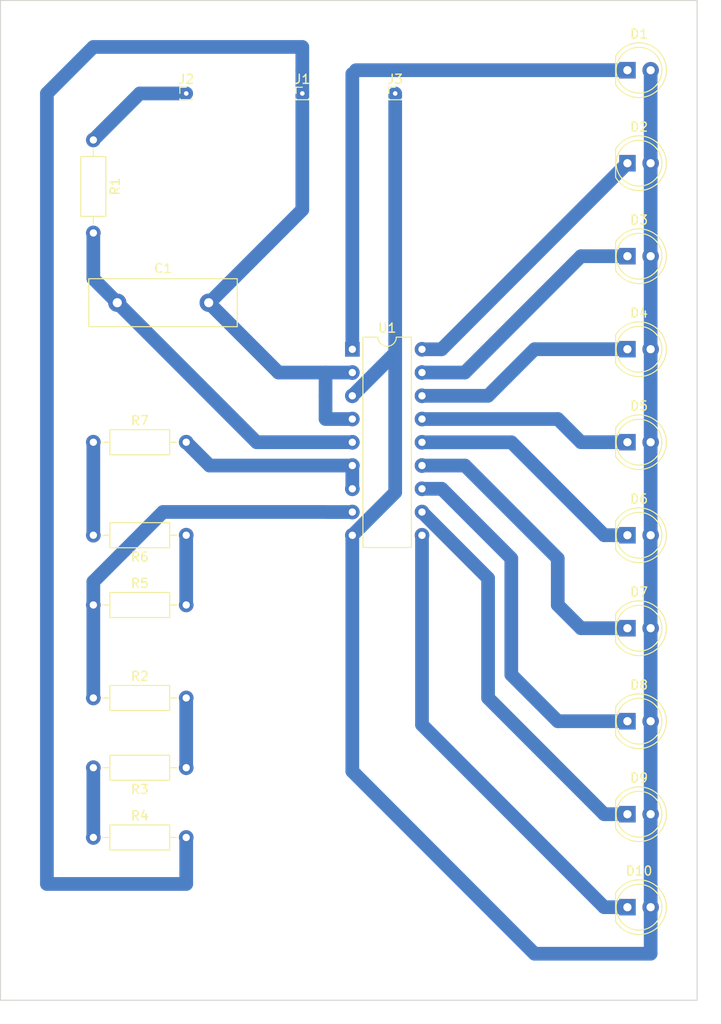
<source format=kicad_pcb>
(kicad_pcb (version 20211014) (generator pcbnew)
  (layers (0 "F.Cu" signal) (31 "B.Cu" signal) (34 "B.Paste" user) (35 "F.Paste" user) (36 "B.SilkS" user "B.Silkscreen") (37 "F.SilkS" user "F.Silkscreen") (38 "B.Mask" user) (39 "F.Mask" user) (44 "Edge.Cuts" user))
  (net 0 "")
  (net 1 "Net-(D1-Pad1)")
  (net 2 "GND")
  (net 3 "+5V")
  (net 4 "Net-(C1-Pad1)")
  (net 5 "Net-(R2-Pad1)")
  (net 6 "Net-(D10-Pad1)")
  (net 7 "Net-(D9-Pad1)")
  (net 8 "Net-(D8-Pad1)")
  (net 9 "Net-(D7-Pad1)")
  (net 10 "Net-(D6-Pad1)")
  (net 11 "Net-(D5-Pad1)")
  (net 12 "Net-(D4-Pad1)")
  (net 13 "Net-(D3-Pad1)")
  (net 14 "Net-(D2-Pad1)")
  (net 15 "sinal pwm")
  (net 16 "Net-(R2-Pad2)")
  (net 17 "Net-(R3-Pad2)")
  (net 18 "Net-(R5-Pad2)")
  (net 19 "Net-(R6-Pad2)")
  (net 20 "Net-(R7-Pad2)")
  (footprint "LED_THT:LED_D5.0mm" (layer "F.Cu") (at 167.64 91.44)
    (fp_text reference "D7" (at 1.27 -3.96) (layer "F.SilkS"))
    (fp_text value "LED")
    (fp_line (start -1.29 -1.545) (end -1.29 1.545) (layer "F.SilkS") (width 0.12))
    (fp_arc (start 4.26 -0.000462) (mid 2.072002 2.880433) (end -1.29 1.54483) (layer "F.SilkS") (width 0.12))
    (fp_arc (start -1.29 -1.54483) (mid 2.072002 -2.880433) (end 4.26 0.000462) (layer "F.SilkS") (width 0.12))
    (fp_circle (center 1.27 0) (end 3.77 0) (layer "F.SilkS") (width 0.12) (fill none))
    (pad "1" thru_hole rect (at 0 0) (size 1.8 1.8) (drill 0.9) (layers *.Cu *.Mask) (net 9 "Net-(D7-Pad1)"))
    (pad "2" thru_hole circle (at 2.54 0) (size 1.8 1.8) (drill 0.9) (layers *.Cu *.Mask) (net 3 "+5V"))
  )
  (footprint "Resistor_THT:R_Axial_DIN0207_L6.3mm_D2.5mm_P10.16mm_Horizontal" (layer "F.Cu") (at 119.38 106.68 180)
    (fp_text reference "R3" (at 5.08 -2.37) (layer "F.SilkS"))
    (fp_text value "200")
    (fp_line (start 9.12 0) (end 8.35 0) (layer "F.SilkS") (width 0.12))
    (fp_line (start 1.81 -1.37) (end 1.81 1.37) (layer "F.SilkS") (width 0.12))
    (fp_line (start 1.04 0) (end 1.81 0) (layer "F.SilkS") (width 0.12))
    (fp_line (start 1.81 1.37) (end 8.35 1.37) (layer "F.SilkS") (width 0.12))
    (fp_line (start 8.35 1.37) (end 8.35 -1.37) (layer "F.SilkS") (width 0.12))
    (fp_line (start 8.35 -1.37) (end 1.81 -1.37) (layer "F.SilkS") (width 0.12))
    (pad "1" thru_hole circle (at 0 0 180) (size 1.6 1.6) (drill 0.8) (layers *.Cu *.Mask) (net 16 "Net-(R2-Pad2)"))
    (pad "2" thru_hole oval (at 10.16 0 180) (size 1.6 1.6) (drill 0.8) (layers *.Cu *.Mask) (net 17 "Net-(R3-Pad2)"))
  )
  (footprint "LED_THT:LED_D5.0mm" (layer "F.Cu") (at 167.64 81.28)
    (fp_text reference "D6" (at 1.27 -3.96) (layer "F.SilkS"))
    (fp_text value "LED")
    (fp_line (start -1.29 -1.545) (end -1.29 1.545) (layer "F.SilkS") (width 0.12))
    (fp_arc (start -1.29 -1.54483) (mid 2.072002 -2.880433) (end 4.26 0.000462) (layer "F.SilkS") (width 0.12))
    (fp_arc (start 4.26 -0.000462) (mid 2.072002 2.880433) (end -1.29 1.54483) (layer "F.SilkS") (width 0.12))
    (fp_circle (center 1.27 0) (end 3.77 0) (layer "F.SilkS") (width 0.12) (fill none))
    (pad "1" thru_hole rect (at 0 0) (size 1.8 1.8) (drill 0.9) (layers *.Cu *.Mask) (net 10 "Net-(D6-Pad1)"))
    (pad "2" thru_hole circle (at 2.54 0) (size 1.8 1.8) (drill 0.9) (layers *.Cu *.Mask) (net 3 "+5V"))
  )
  (footprint "Resistor_THT:R_Axial_DIN0207_L6.3mm_D2.5mm_P10.16mm_Horizontal" (layer "F.Cu") (at 109.22 71.12)
    (fp_text reference "R7" (at 5.08 -2.37) (layer "F.SilkS"))
    (fp_text value "1,2k")
    (fp_line (start 1.81 -1.37) (end 1.81 1.37) (layer "F.SilkS") (width 0.12))
    (fp_line (start 8.35 1.37) (end 8.35 -1.37) (layer "F.SilkS") (width 0.12))
    (fp_line (start 8.35 -1.37) (end 1.81 -1.37) (layer "F.SilkS") (width 0.12))
    (fp_line (start 1.04 0) (end 1.81 0) (layer "F.SilkS") (width 0.12))
    (fp_line (start 1.81 1.37) (end 8.35 1.37) (layer "F.SilkS") (width 0.12))
    (fp_line (start 9.12 0) (end 8.35 0) (layer "F.SilkS") (width 0.12))
    (pad "1" thru_hole circle (at 0 0) (size 1.6 1.6) (drill 0.8) (layers *.Cu *.Mask) (net 19 "Net-(R6-Pad2)"))
    (pad "2" thru_hole oval (at 10.16 0) (size 1.6 1.6) (drill 0.8) (layers *.Cu *.Mask) (net 20 "Net-(R7-Pad2)"))
  )
  (footprint "LED_THT:LED_D5.0mm" (layer "F.Cu") (at 167.64 40.64)
    (fp_text reference "D2" (at 1.27 -3.96) (layer "F.SilkS"))
    (fp_text value "LED")
    (fp_line (start -1.29 -1.545) (end -1.29 1.545) (layer "F.SilkS") (width 0.12))
    (fp_arc (start -1.29 -1.54483) (mid 2.072002 -2.880433) (end 4.26 0.000462) (layer "F.SilkS") (width 0.12))
    (fp_arc (start 4.26 -0.000462) (mid 2.072002 2.880433) (end -1.29 1.54483) (layer "F.SilkS") (width 0.12))
    (fp_circle (center 1.27 0) (end 3.77 0) (layer "F.SilkS") (width 0.12) (fill none))
    (pad "1" thru_hole rect (at 0 0) (size 1.8 1.8) (drill 0.9) (layers *.Cu *.Mask) (net 14 "Net-(D2-Pad1)"))
    (pad "2" thru_hole circle (at 2.54 0) (size 1.8 1.8) (drill 0.9) (layers *.Cu *.Mask) (net 3 "+5V"))
  )
  (footprint "Resistor_THT:R_Axial_DIN0207_L6.3mm_D2.5mm_P10.16mm_Horizontal" (layer "F.Cu") (at 109.22 38.1 -90)
    (fp_text reference "R1" (at 5.08 -2.37 90) (layer "F.SilkS"))
    (fp_text value "400k")
    (fp_line (start 9.12 0) (end 8.35 0) (layer "F.SilkS") (width 0.12))
    (fp_line (start 1.81 -1.37) (end 1.81 1.37) (layer "F.SilkS") (width 0.12))
    (fp_line (start 1.81 1.37) (end 8.35 1.37) (layer "F.SilkS") (width 0.12))
    (fp_line (start 8.35 -1.37) (end 1.81 -1.37) (layer "F.SilkS") (width 0.12))
    (fp_line (start 8.35 1.37) (end 8.35 -1.37) (layer "F.SilkS") (width 0.12))
    (fp_line (start 1.04 0) (end 1.81 0) (layer "F.SilkS") (width 0.12))
    (pad "1" thru_hole circle (at 0 0 270) (size 1.6 1.6) (drill 0.8) (layers *.Cu *.Mask) (net 15 "sinal pwm"))
    (pad "2" thru_hole oval (at 10.16 0 270) (size 1.6 1.6) (drill 0.8) (layers *.Cu *.Mask) (net 4 "Net-(C1-Pad1)"))
  )
  (footprint "Package_DIP:DIP-18_W7.62mm" (layer "F.Cu") (at 137.55 60.97)
    (fp_text reference "U1" (at 3.81 -2.33) (layer "F.SilkS"))
    (fp_text value "LM3914N")
    (fp_line (start 6.46 21.65) (end 6.46 -1.33) (layer "F.SilkS") (width 0.12))
    (fp_line (start 2.81 -1.33) (end 1.16 -1.33) (layer "F.SilkS") (width 0.12))
    (fp_line (start 1.16 -1.33) (end 1.16 21.65) (layer "F.SilkS") (width 0.12))
    (fp_line (start 1.16 21.65) (end 6.46 21.65) (layer "F.SilkS") (width 0.12))
    (fp_line (start 6.46 -1.33) (end 4.81 -1.33) (layer "F.SilkS") (width 0.12))
    (fp_arc (start 4.81 -1.33) (mid 3.81 -0.33) (end 2.81 -1.33) (layer "F.SilkS") (width 0.12))
    (pad "1" thru_hole rect (at 0 0) (size 1.6 1.6) (drill 0.8) (layers *.Cu *.Mask) (net 1 "Net-(D1-Pad1)"))
    (pad "2" thru_hole oval (at 0 2.54) (size 1.6 1.6) (drill 0.8) (layers *.Cu *.Mask) (net 2 "GND"))
    (pad "3" thru_hole oval (at 0 5.08) (size 1.6 1.6) (drill 0.8) (layers *.Cu *.Mask) (net 3 "+5V"))
    (pad "4" thru_hole oval (at 0 7.62) (size 1.6 1.6) (drill 0.8) (layers *.Cu *.Mask) (net 2 "GND"))
    (pad "5" thru_hole oval (at 0 10.16) (size 1.6 1.6) (drill 0.8) (layers *.Cu *.Mask) (net 4 "Net-(C1-Pad1)"))
    (pad "6" thru_hole oval (at 0 12.7) (size 1.6 1.6) (drill 0.8) (layers *.Cu *.Mask) (net 20 "Net-(R7-Pad2)"))
    (pad "7" thru_hole oval (at 0 15.24) (size 1.6 1.6) (drill 0.8) (layers *.Cu *.Mask) (net 20 "Net-(R7-Pad2)"))
    (pad "8" thru_hole oval (at 0 17.78) (size 1.6 1.6) (drill 0.8) (layers *.Cu *.Mask) (net 5 "Net-(R2-Pad1)"))
    (pad "9" thru_hole oval (at 0 20.32) (size 1.6 1.6) (drill 0.8) (layers *.Cu *.Mask) (net 3 "+5V"))
    (pad "10" thru_hole oval (at 7.62 20.32) (size 1.6 1.6) (drill 0.8) (layers *.Cu *.Mask) (net 6 "Net-(D10-Pad1)"))
    (pad "11" thru_hole oval (at 7.62 17.78) (size 1.6 1.6) (drill 0.8) (layers *.Cu *.Mask) (net 7 "Net-(D9-Pad1)"))
    (pad "12" thru_hole oval (at 7.62 15.24) (size 1.6 1.6) (drill 0.8) (layers *.Cu *.Mask) (net 8 "Net-(D8-Pad1)"))
    (pad "13" thru_hole oval (at 7.62 12.7) (size 1.6 1.6) (drill 0.8) (layers *.Cu *.Mask) (net 9 "Net-(D7-Pad1)"))
    (pad "14" thru_hole oval (at 7.62 10.16) (size 1.6 1.6) (drill 0.8) (layers *.Cu *.Mask) (net 10 "Net-(D6-Pad1)"))
    (pad "15" thru_hole oval (at 7.62 7.62) (size 1.6 1.6) (drill 0.8) (layers *.Cu *.Mask) (net 11 "Net-(D5-Pad1)"))
    (pad "16" thru_hole oval (at 7.62 5.08) (size 1.6 1.6) (drill 0.8) (layers *.Cu *.Mask) (net 12 "Net-(D4-Pad1)"))
    (pad "17" thru_hole oval (at 7.62 2.54) (size 1.6 1.6) (drill 0.8) (layers *.Cu *.Mask) (net 13 "Net-(D3-Pad1)"))
    (pad "18" thru_hole oval (at 7.62 0) (size 1.6 1.6) (drill 0.8) (layers *.Cu *.Mask) (net 14 "Net-(D2-Pad1)"))
  )
  (footprint "LED_THT:LED_D5.0mm" (layer "F.Cu") (at 167.64 30.48)
    (fp_text reference "D1" (at 1.27 -3.96) (layer "F.SilkS"))
    (fp_text value "LED")
    (fp_line (start -1.29 -1.545) (end -1.29 1.545) (layer "F.SilkS") (width 0.12))
    (fp_arc (start -1.29 -1.54483) (mid 2.072002 -2.880433) (end 4.26 0.000462) (layer "F.SilkS") (width 0.12))
    (fp_arc (start 4.26 -0.000462) (mid 2.072002 2.880433) (end -1.29 1.54483) (layer "F.SilkS") (width 0.12))
    (fp_circle (center 1.27 0) (end 3.77 0) (layer "F.SilkS") (width 0.12) (fill none))
    (pad "1" thru_hole rect (at 0 0) (size 1.8 1.8) (drill 0.9) (layers *.Cu *.Mask) (net 1 "Net-(D1-Pad1)"))
    (pad "2" thru_hole circle (at 2.54 0) (size 1.8 1.8) (drill 0.9) (layers *.Cu *.Mask) (net 3 "+5V"))
  )
  (footprint "LED_THT:LED_D5.0mm" (layer "F.Cu") (at 167.64 121.92)
    (fp_text reference "D10" (at 1.27 -3.96) (layer "F.SilkS"))
    (fp_text value "LED")
    (fp_line (start -1.29 -1.545) (end -1.29 1.545) (layer "F.SilkS") (width 0.12))
    (fp_arc (start -1.29 -1.54483) (mid 2.072002 -2.880433) (end 4.26 0.000462) (layer "F.SilkS") (width 0.12))
    (fp_arc (start 4.26 -0.000462) (mid 2.072002 2.880433) (end -1.29 1.54483) (layer "F.SilkS") (width 0.12))
    (fp_circle (center 1.27 0) (end 3.77 0) (layer "F.SilkS") (width 0.12) (fill none))
    (pad "1" thru_hole rect (at 0 0) (size 1.8 1.8) (drill 0.9) (layers *.Cu *.Mask) (net 6 "Net-(D10-Pad1)"))
    (pad "2" thru_hole circle (at 2.54 0) (size 1.8 1.8) (drill 0.9) (layers *.Cu *.Mask) (net 3 "+5V"))
  )
  (footprint "LED_THT:LED_D5.0mm" (layer "F.Cu") (at 167.64 71.12)
    (fp_text reference "D5" (at 1.27 -3.96) (layer "F.SilkS"))
    (fp_text value "LED")
    (fp_line (start -1.29 -1.545) (end -1.29 1.545) (layer "F.SilkS") (width 0.12))
    (fp_arc (start -1.29 -1.54483) (mid 2.072002 -2.880433) (end 4.26 0.000462) (layer "F.SilkS") (width 0.12))
    (fp_arc (start 4.26 -0.000462) (mid 2.072002 2.880433) (end -1.29 1.54483) (layer "F.SilkS") (width 0.12))
    (fp_circle (center 1.27 0) (end 3.77 0) (layer "F.SilkS") (width 0.12) (fill none))
    (pad "1" thru_hole rect (at 0 0) (size 1.8 1.8) (drill 0.9) (layers *.Cu *.Mask) (net 11 "Net-(D5-Pad1)"))
    (pad "2" thru_hole circle (at 2.54 0) (size 1.8 1.8) (drill 0.9) (layers *.Cu *.Mask) (net 3 "+5V"))
  )
  (footprint "LED_THT:LED_D5.0mm" (layer "F.Cu") (at 167.64 111.76)
    (fp_text reference "D9" (at 1.27 -3.96) (layer "F.SilkS"))
    (fp_text value "LED")
    (fp_line (start -1.29 -1.545) (end -1.29 1.545) (layer "F.SilkS") (width 0.12))
    (fp_arc (start -1.29 -1.54483) (mid 2.072002 -2.880433) (end 4.26 0.000462) (layer "F.SilkS") (width 0.12))
    (fp_arc (start 4.26 -0.000462) (mid 2.072002 2.880433) (end -1.29 1.54483) (layer "F.SilkS") (width 0.12))
    (fp_circle (center 1.27 0) (end 3.77 0) (layer "F.SilkS") (width 0.12) (fill none))
    (pad "1" thru_hole rect (at 0 0) (size 1.8 1.8) (drill 0.9) (layers *.Cu *.Mask) (net 7 "Net-(D9-Pad1)"))
    (pad "2" thru_hole circle (at 2.54 0) (size 1.8 1.8) (drill 0.9) (layers *.Cu *.Mask) (net 3 "+5V"))
  )
  (footprint "Resistor_THT:R_Axial_DIN0207_L6.3mm_D2.5mm_P10.16mm_Horizontal" (layer "F.Cu") (at 109.22 114.3)
    (fp_text reference "R4" (at 5.08 -2.37) (layer "F.SilkS"))
    (fp_text value "30")
    (fp_line (start 1.81 1.37) (end 8.35 1.37) (layer "F.SilkS") (width 0.12))
    (fp_line (start 9.12 0) (end 8.35 0) (layer "F.SilkS") (width 0.12))
    (fp_line (start 8.35 -1.37) (end 1.81 -1.37) (layer "F.SilkS") (width 0.12))
    (fp_line (start 1.81 -1.37) (end 1.81 1.37) (layer "F.SilkS") (width 0.12))
    (fp_line (start 1.04 0) (end 1.81 0) (layer "F.SilkS") (width 0.12))
    (fp_line (start 8.35 1.37) (end 8.35 -1.37) (layer "F.SilkS") (width 0.12))
    (pad "1" thru_hole circle (at 0 0) (size 1.6 1.6) (drill 0.8) (layers *.Cu *.Mask) (net 17 "Net-(R3-Pad2)"))
    (pad "2" thru_hole oval (at 10.16 0) (size 1.6 1.6) (drill 0.8) (layers *.Cu *.Mask) (net 2 "GND"))
  )
  (footprint "LED_THT:LED_D5.0mm" (layer "F.Cu") (at 167.64 50.8)
    (fp_text reference "D3" (at 1.27 -3.96) (layer "F.SilkS"))
    (fp_text value "LED")
    (fp_line (start -1.29 -1.545) (end -1.29 1.545) (layer "F.SilkS") (width 0.12))
    (fp_arc (start -1.29 -1.54483) (mid 2.072002 -2.880433) (end 4.26 0.000462) (layer "F.SilkS") (width 0.12))
    (fp_arc (start 4.26 -0.000462) (mid 2.072002 2.880433) (end -1.29 1.54483) (layer "F.SilkS") (width 0.12))
    (fp_circle (center 1.27 0) (end 3.77 0) (layer "F.SilkS") (width 0.12) (fill none))
    (pad "1" thru_hole rect (at 0 0) (size 1.8 1.8) (drill 0.9) (layers *.Cu *.Mask) (net 13 "Net-(D3-Pad1)"))
    (pad "2" thru_hole circle (at 2.54 0) (size 1.8 1.8) (drill 0.9) (layers *.Cu *.Mask) (net 3 "+5V"))
  )
  (footprint "Connector_PinHeader_1.00mm:PinHeader_1x01_P1.00mm_Vertical" (layer "F.Cu") (at 119.38 33.02)
    (fp_text reference "J2" (at 0 -1.56) (layer "F.SilkS"))
    (fp_text value "Screw_Terminal_01x01")
    (fp_line (start 0.608276 0.685) (end 0.695 0.685) (layer "F.SilkS") (width 0.12))
    (fp_line (start -0.695 0) (end -0.695 -0.685) (layer "F.SilkS") (width 0.12))
    (fp_line (start -0.695 0.685) (end -0.608276 0.685) (layer "F.SilkS") (width 0.12))
    (fp_line (start -0.695 0.685) (end 0.695 0.685) (layer "F.SilkS") (width 0.12))
    (fp_line (start -0.695 -0.685) (end 0 -0.685) (layer "F.SilkS") (width 0.12))
    (fp_line (start 0.695 0.685) (end 0.695 0.56) (layer "F.SilkS") (width 0.12))
    (fp_line (start -0.695 0.685) (end -0.695 0.56) (layer "F.SilkS") (width 0.12))
    (pad "1" thru_hole rect (at 0 0) (size 0.85 0.85) (drill 0.5) (layers *.Cu *.Mask) (net 15 "sinal pwm"))
  )
  (footprint "LED_THT:LED_D5.0mm" (layer "F.Cu") (at 167.64 60.96)
    (fp_text reference "D4" (at 1.27 -3.96) (layer "F.SilkS"))
    (fp_text value "LED")
    (fp_line (start -1.29 -1.545) (end -1.29 1.545) (layer "F.SilkS") (width 0.12))
    (fp_arc (start -1.29 -1.54483) (mid 2.072002 -2.880433) (end 4.26 0.000462) (layer "F.SilkS") (width 0.12))
    (fp_arc (start 4.26 -0.000462) (mid 2.072002 2.880433) (end -1.29 1.54483) (layer "F.SilkS") (width 0.12))
    (fp_circle (center 1.27 0) (end 3.77 0) (layer "F.SilkS") (width 0.12) (fill none))
    (pad "1" thru_hole rect (at 0 0) (size 1.8 1.8) (drill 0.9) (layers *.Cu *.Mask) (net 12 "Net-(D4-Pad1)"))
    (pad "2" thru_hole circle (at 2.54 0) (size 1.8 1.8) (drill 0.9) (layers *.Cu *.Mask) (net 3 "+5V"))
  )
  (footprint "Connector_PinHeader_1.00mm:PinHeader_1x01_P1.00mm_Vertical" (layer "F.Cu") (at 132.08 33.02)
    (fp_text reference "J1" (at 0 -1.56) (layer "F.SilkS"))
    (fp_text value "Screw_Terminal_01x01")
    (fp_line (start 0.608276 0.685) (end 0.695 0.685) (layer "F.SilkS") (width 0.12))
    (fp_line (start -0.695 0.685) (end -0.608276 0.685) (layer "F.SilkS") (width 0.12))
    (fp_line (start 0.695 0.685) (end 0.695 0.56) (layer "F.SilkS") (width 0.12))
    (fp_line (start -0.695 0.685) (end -0.695 0.56) (layer "F.SilkS") (width 0.12))
    (fp_line (start -0.695 0) (end -0.695 -0.685) (layer "F.SilkS") (width 0.12))
    (fp_line (start -0.695 0.685) (end 0.695 0.685) (layer "F.SilkS") (width 0.12))
    (fp_line (start -0.695 -0.685) (end 0 -0.685) (layer "F.SilkS") (width 0.12))
    (pad "1" thru_hole rect (at 0 0) (size 0.85 0.85) (drill 0.5) (layers *.Cu *.Mask) (net 2 "GND"))
  )
  (footprint "Connector_PinHeader_1.00mm:PinHeader_1x01_P1.00mm_Vertical" (layer "F.Cu") (at 142.24 33.02)
    (fp_text reference "J3" (at 0 -1.56) (layer "F.SilkS"))
    (fp_text value "Screw_Terminal_01x01")
    (fp_line (start 0.695 0.685) (end 0.695 0.56) (layer "F.SilkS") (width 0.12))
    (fp_line (start -0.695 0) (end -0.695 -0.685) (layer "F.SilkS") (width 0.12))
    (fp_line (start -0.695 0.685) (end -0.608276 0.685) (layer "F.SilkS") (width 0.12))
    (fp_line (start -0.695 -0.685) (end 0 -0.685) (layer "F.SilkS") (width 0.12))
    (fp_line (start -0.695 0.685) (end -0.695 0.56) (layer "F.SilkS") (width 0.12))
    (fp_line (start 0.608276 0.685) (end 0.695 0.685) (layer "F.SilkS") (width 0.12))
    (fp_line (start -0.695 0.685) (end 0.695 0.685) (layer "F.SilkS") (width 0.12))
    (pad "1" thru_hole rect (at 0 0) (size 0.85 0.85) (drill 0.5) (layers *.Cu *.Mask) (net 3 "+5V"))
  )
  (footprint "Resistor_THT:R_Axial_DIN0207_L6.3mm_D2.5mm_P10.16mm_Horizontal" (layer "F.Cu") (at 109.22 88.9)
    (fp_text reference "R5" (at 5.08 -2.37) (layer "F.SilkS"))
    (fp_text value "10")
    (fp_line (start 1.04 0) (end 1.81 0) (layer "F.SilkS") (width 0.12))
    (fp_line (start 8.35 1.37) (end 8.35 -1.37) (layer "F.SilkS") (width 0.12))
    (fp_line (start 9.12 0) (end 8.35 0) (layer "F.SilkS") (width 0.12))
    (fp_line (start 1.81 1.37) (end 8.35 1.37) (layer "F.SilkS") (width 0.12))
    (fp_line (start 1.81 -1.37) (end 1.81 1.37) (layer "F.SilkS") (width 0.12))
    (fp_line (start 8.35 -1.37) (end 1.81 -1.37) (layer "F.SilkS") (width 0.12))
    (pad "1" thru_hole circle (at 0 0) (size 1.6 1.6) (drill 0.8) (layers *.Cu *.Mask) (net 5 "Net-(R2-Pad1)"))
    (pad "2" thru_hole oval (at 10.16 0) (size 1.6 1.6) (drill 0.8) (layers *.Cu *.Mask) (net 18 "Net-(R5-Pad2)"))
  )
  (footprint "Capacitor_THT:C_Disc_D16.0mm_W5.0mm_P10.00mm" (layer "F.Cu") (at 111.84 55.88)
    (fp_text reference "C1" (at 5 -3.75) (layer "F.SilkS"))
    (fp_text value "10n")
    (fp_line (start -3.12 2.62) (end 13.12 2.62) (layer "F.SilkS") (width 0.12))
    (fp_line (start -3.12 -2.62) (end -3.12 2.62) (layer "F.SilkS") (width 0.12))
    (fp_line (start 13.12 -2.62) (end 13.12 2.62) (layer "F.SilkS") (width 0.12))
    (fp_line (start -3.12 -2.62) (end 13.12 -2.62) (layer "F.SilkS") (width 0.12))
    (pad "1" thru_hole circle (at 0 0) (size 2 2) (drill 1) (layers *.Cu *.Mask) (net 4 "Net-(C1-Pad1)"))
    (pad "2" thru_hole circle (at 10 0) (size 2 2) (drill 1) (layers *.Cu *.Mask) (net 2 "GND"))
  )
  (footprint "Resistor_THT:R_Axial_DIN0207_L6.3mm_D2.5mm_P10.16mm_Horizontal" (layer "F.Cu") (at 119.38 81.28 180)
    (fp_text reference "R6" (at 5.08 -2.37) (layer "F.SilkS"))
    (fp_text value "10")
    (fp_line (start 1.81 -1.37) (end 1.81 1.37) (layer "F.SilkS") (width 0.12))
    (fp_line (start 8.35 -1.37) (end 1.81 -1.37) (layer "F.SilkS") (width 0.12))
    (fp_line (start 8.35 1.37) (end 8.35 -1.37) (layer "F.SilkS") (width 0.12))
    (fp_line (start 9.12 0) (end 8.35 0) (layer "F.SilkS") (width 0.12))
    (fp_line (start 1.81 1.37) (end 8.35 1.37) (layer "F.SilkS") (width 0.12))
    (fp_line (start 1.04 0) (end 1.81 0) (layer "F.SilkS") (width 0.12))
    (pad "1" thru_hole circle (at 0 0 180) (size 1.6 1.6) (drill 0.8) (layers *.Cu *.Mask) (net 18 "Net-(R5-Pad2)"))
    (pad "2" thru_hole oval (at 10.16 0 180) (size 1.6 1.6) (drill 0.8) (layers *.Cu *.Mask) (net 19 "Net-(R6-Pad2)"))
  )
  (footprint "LED_THT:LED_D5.0mm" (layer "F.Cu") (at 167.64 101.6)
    (fp_text reference "D8" (at 1.27 -3.96) (layer "F.SilkS"))
    (fp_text value "LED")
    (fp_line (start -1.29 -1.545) (end -1.29 1.545) (layer "F.SilkS") (width 0.12))
    (fp_arc (start -1.29 -1.54483) (mid 2.072002 -2.880433) (end 4.26 0.000462) (layer "F.SilkS") (width 0.12))
    (fp_arc (start 4.26 -0.000462) (mid 2.072002 2.880433) (end -1.29 1.54483) (layer "F.SilkS") (width 0.12))
    (fp_circle (center 1.27 0) (end 3.77 0) (layer "F.SilkS") (width 0.12) (fill none))
    (pad "1" thru_hole rect (at 0 0) (size 1.8 1.8) (drill 0.9) (layers *.Cu *.Mask) (net 8 "Net-(D8-Pad1)"))
    (pad "2" thru_hole circle (at 2.54 0) (size 1.8 1.8) (drill 0.9) (layers *.Cu *.Mask) (net 3 "+5V"))
  )
  (footprint "Resistor_THT:R_Axial_DIN0207_L6.3mm_D2.5mm_P10.16mm_Horizontal" (layer "F.Cu") (at 109.22 99.06)
    (fp_text reference "R2" (at 5.08 -2.37) (layer "F.SilkS"))
    (fp_text value "3,6k")
    (fp_line (start 8.35 1.37) (end 8.35 -1.37) (layer "F.SilkS") (width 0.12))
    (fp_line (start 1.81 1.37) (end 8.35 1.37) (layer "F.SilkS") (width 0.12))
    (fp_line (start 1.04 0) (end 1.81 0) (layer "F.SilkS") (width 0.12))
    (fp_line (start 9.12 0) (end 8.35 0) (layer "F.SilkS") (width 0.12))
    (fp_line (start 8.35 -1.37) (end 1.81 -1.37) (layer "F.SilkS") (width 0.12))
    (fp_line (start 1.81 -1.37) (end 1.81 1.37) (layer "F.SilkS") (width 0.12))
    (pad "1" thru_hole circle (at 0 0) (size 1.6 1.6) (drill 0.8) (layers *.Cu *.Mask) (net 5 "Net-(R2-Pad1)"))
    (pad "2" thru_hole oval (at 10.16 0) (size 1.6 1.6) (drill 0.8) (layers *.Cu *.Mask) (net 16 "Net-(R2-Pad2)"))
  )
  (gr_rect (start 177.8 134.62) (end 177.8 134.62) (layer "B.Cu") (width 0.2) (fill none))
  (gr_line (start 175.26 22.86) (end 99.06 22.86) (layer "Edge.Cuts") (width 0.1))
  (gr_line (start 99.06 132.08) (end 175.26 132.08) (layer "Edge.Cuts") (width 0.1))
  (gr_line (start 175.26 132.08) (end 175.26 22.86) (layer "Edge.Cuts") (width 0.1))
  (gr_line (start 99.06 22.86) (end 99.06 132.08) (layer "Edge.Cuts") (width 0.1))
  (segment (start 137.55 30.87) (end 137.94 30.48) (width 1) (layer "B.Cu") (net 1))
  (segment (start 137.94 30.48) (end 167.64 30.48) (width 1.5) (layer "B.Cu") (net 1))
  (segment (start 137.55 60.97) (end 137.55 30.87) (width 1.5) (layer "B.Cu") (net 1))
  (segment (start 129.47 63.51) (end 134.61 63.51) (width 1.5) (layer "B.Cu") (net 2))
  (segment (start 132.08 27.94) (end 132.08 30.48) (width 1.5) (layer "B.Cu") (net 2))
  (segment (start 121.84 55.88) (end 129.47 63.51) (width 1.5) (layer "B.Cu") (net 2))
  (segment (start 132.08 33.02) (end 132.08 45.72) (width 1.5) (layer "B.Cu") (net 2))
  (segment (start 134.62 63.52) (end 134.61 63.51) (width 1) (layer "B.Cu") (net 2))
  (segment (start 134.62 68.58) (end 134.63 68.59) (width 1) (layer "B.Cu") (net 2))
  (segment (start 132.08 45.72) (end 121.92 55.88) (width 1.5) (layer "B.Cu") (net 2))
  (segment (start 134.62 66.04) (end 134.62 63.52) (width 1.5) (layer "B.Cu") (net 2))
  (segment (start 104.14 119.38) (end 104.14 33.02) (width 1.5) (layer "B.Cu") (net 2))
  (segment (start 134.62 66.04) (end 134.62 68.58) (width 1.5) (layer "B.Cu") (net 2))
  (segment (start 132.08 30.48) (end 132.08 33.02) (width 1.5) (layer "B.Cu") (net 2))
  (segment (start 134.63 68.59) (end 137.55 68.59) (width 1.5) (layer "B.Cu") (net 2))
  (segment (start 119.38 114.3) (end 119.38 119.38) (width 1.5) (layer "B.Cu") (net 2))
  (segment (start 104.14 33.02) (end 109.22 27.94) (width 1.5) (layer "B.Cu") (net 2))
  (segment (start 134.61 63.51) (end 137.55 63.51) (width 1.5) (layer "B.Cu") (net 2))
  (segment (start 109.22 27.94) (end 132.08 27.94) (width 1.5) (layer "B.Cu") (net 2))
  (segment (start 119.38 119.38) (end 104.14 119.38) (width 1.5) (layer "B.Cu") (net 2))
  (segment (start 170.18 127) (end 170.18 121.92) (width 1.5) (layer "B.Cu") (net 3))
  (segment (start 170.18 101.6) (end 170.18 91.44) (width 1.5) (layer "B.Cu") (net 3))
  (segment (start 170.18 121.92) (end 170.18 111.76) (width 1.5) (layer "B.Cu") (net 3))
  (segment (start 170.18 111.76) (end 170.18 101.6) (width 1.5) (layer "B.Cu") (net 3))
  (segment (start 170.18 60.96) (end 170.18 50.8) (width 1.5) (layer "B.Cu") (net 3))
  (segment (start 137.55 81.29) (end 137.55 107.07) (width 1.5) (layer "B.Cu") (net 3))
  (segment (start 170.18 91.44) (end 170.18 81.28) (width 1.5) (layer "B.Cu") (net 3))
  (segment (start 170.18 50.8) (end 170.18 40.64) (width 1.5) (layer "B.Cu") (net 3))
  (segment (start 137.55 81.29) (end 142.24 76.6) (width 1.5) (layer "B.Cu") (net 3))
  (segment (start 157.48 127) (end 170.18 127) (width 1.5) (layer "B.Cu") (net 3))
  (segment (start 142.24 61.36) (end 137.55 66.05) (width 1.5) (layer "B.Cu") (net 3))
  (segment (start 170.18 30.48) (end 170.18 40.64) (width 1.5) (layer "B.Cu") (net 3))
  (segment (start 170.18 60.96) (end 170.18 71.12) (width 1.5) (layer "B.Cu") (net 3))
  (segment (start 170.18 81.28) (end 170.18 71.12) (width 1.5) (layer "B.Cu") (net 3))
  (segment (start 142.24 33.02) (end 142.24 61.36) (width 1.5) (layer "B.Cu") (net 3))
  (segment (start 137.55 107.07) (end 157.48 127) (width 1.5) (layer "B.Cu") (net 3))
  (segment (start 142.24 76.6) (end 142.24 61.36) (width 1.5) (layer "B.Cu") (net 3))
  (segment (start 111.84 55.88) (end 127.08 71.12) (width 1.5) (layer "B.Cu") (net 4))
  (segment (start 127.08 71.12) (end 137.16 71.12) (width 1.5) (layer "B.Cu") (net 4))
  (segment (start 109.22 48.26) (end 109.22 53.26) (width 1.5) (layer "B.Cu") (net 4))
  (segment (start 109.22 53.26) (end 111.84 55.88) (width 1.5) (layer "B.Cu") (net 4))
  (segment (start 116.84 78.74) (end 134.62 78.74) (width 1.5) (layer "B.Cu") (net 5))
  (segment (start 134.63 78.75) (end 137.55 78.75) (width 1.5) (layer "B.Cu") (net 5))
  (segment (start 134.62 78.74) (end 134.63 78.75) (width 1) (layer "B.Cu") (net 5))
  (segment (start 134.62 78.74) (end 137.16 78.74) (width 1) (layer "B.Cu") (net 5))
  (segment (start 109.22 99.06) (end 109.22 88.9) (width 1.5) (layer "B.Cu") (net 5))
  (segment (start 109.22 86.36) (end 116.84 78.74) (width 1.5) (layer "B.Cu") (net 5))
  (segment (start 109.22 88.9) (end 109.22 86.36) (width 1.5) (layer "B.Cu") (net 5))
  (segment (start 145.17 101.99) (end 145.17 81.29) (width 1.5) (layer "B.Cu") (net 6))
  (segment (start 165.1 121.92) (end 145.17 101.99) (width 1.5) (layer "B.Cu") (net 6))
  (segment (start 167.64 121.92) (end 165.1 121.92) (width 1.5) (layer "B.Cu") (net 6))
  (segment (start 152.4 99.06) (end 165.1 111.76) (width 1.5) (layer "B.Cu") (net 7))
  (segment (start 152.4 85.98) (end 152.4 99.06) (width 1.5) (layer "B.Cu") (net 7))
  (segment (start 145.17 78.75) (end 152.4 85.98) (width 1.5) (layer "B.Cu") (net 7))
  (segment (start 165.1 111.76) (end 167.64 111.76) (width 1.5) (layer "B.Cu") (net 7))
  (segment (start 145.17 76.21) (end 147.33 76.21) (width 1.5) (layer "B.Cu") (net 8))
  (segment (start 154.94 83.82) (end 154.94 96.52) (width 1.5) (layer "B.Cu") (net 8))
  (segment (start 160.02 101.6) (end 167.64 101.6) (width 1.5) (layer "B.Cu") (net 8))
  (segment (start 154.94 96.52) (end 160.02 101.6) (width 1.5) (layer "B.Cu") (net 8))
  (segment (start 147.33 76.21) (end 154.94 83.82) (width 1.5) (layer "B.Cu") (net 8))
  (segment (start 149.87 73.67) (end 160.02 83.82) (width 1.5) (layer "B.Cu") (net 9))
  (segment (start 160.02 83.82) (end 160.02 88.9) (width 1.5) (layer "B.Cu") (net 9))
  (segment (start 145.17 73.67) (end 149.87 73.67) (width 1.5) (layer "B.Cu") (net 9))
  (segment (start 160.02 88.9) (end 162.56 91.44) (width 1.5) (layer "B.Cu") (net 9))
  (segment (start 162.56 91.44) (end 167.64 91.44) (width 1.5) (layer "B.Cu") (net 9))
  (segment (start 165.1 81.28) (end 167.64 81.28) (width 1.5) (layer "B.Cu") (net 10))
  (segment (start 145.17 71.13) (end 154.95 71.13) (width 1.5) (layer "B.Cu") (net 10))
  (segment (start 154.95 71.13) (end 165.1 81.28) (width 1.5) (layer "B.Cu") (net 10))
  (segment (start 160.01 68.59) (end 160.02 68.58) (width 1) (layer "B.Cu") (net 11))
  (segment (start 160.02 68.58) (end 162.56 71.12) (width 1.5) (layer "B.Cu") (net 11))
  (segment (start 162.56 71.12) (end 167.64 71.12) (width 1.5) (layer "B.Cu") (net 11))
  (segment (start 145.17 68.59) (end 160.01 68.59) (width 1.5) (layer "B.Cu") (net 11))
  (segment (start 145.17 66.05) (end 152.39 66.05) (width 1.5) (layer "B.Cu") (net 12))
  (segment (start 157.48 60.96) (end 167.64 60.96) (width 1.5) (layer "B.Cu") (net 12))
  (segment (start 152.39 66.05) (end 157.48 60.96) (width 1.5) (layer "B.Cu") (net 12))
  (segment (start 162.56 50.8) (end 167.64 50.8) (width 1.5) (layer "B.Cu") (net 13))
  (segment (start 145.17 63.51) (end 149.85 63.51) (width 1.5) (layer "B.Cu") (net 13))
  (segment (start 149.85 63.51) (end 162.56 50.8) (width 1.5) (layer "B.Cu") (net 13))
  (segment (start 145.17 60.97) (end 147.31 60.97) (width 1.5) (layer "B.Cu") (net 14))
  (segment (start 147.31 60.97) (end 167.64 40.64) (width 1.5) (layer "B.Cu") (net 14))
  (segment (start 114.3 33.02) (end 109.22 38.1) (width 1.5) (layer "B.Cu") (net 15))
  (segment (start 119.38 33.02) (end 114.3 33.02) (width 1.5) (layer "B.Cu") (net 15))
  (segment (start 119.38 99.06) (end 119.38 106.68) (width 1.5) (layer "B.Cu") (net 16))
  (segment (start 109.22 106.68) (end 109.22 114.3) (width 1.5) (layer "B.Cu") (net 17))
  (segment (start 119.38 81.28) (end 119.38 88.9) (width 1.5) (layer "B.Cu") (net 18))
  (segment (start 109.22 71.12) (end 109.22 81.28) (width 1.5) (layer "B.Cu") (net 19))
  (segment (start 137.55 73.67) (end 137.55 76.21) (width 1.5) (layer "B.Cu") (net 20))
  (segment (start 119.38 71.12) (end 121.93 73.67) (width 1.5) (layer "B.Cu") (net 20))
  (segment (start 121.93 73.67) (end 137.55 73.67) (width 1.5) (layer "B.Cu") (net 20))
)
</source>
